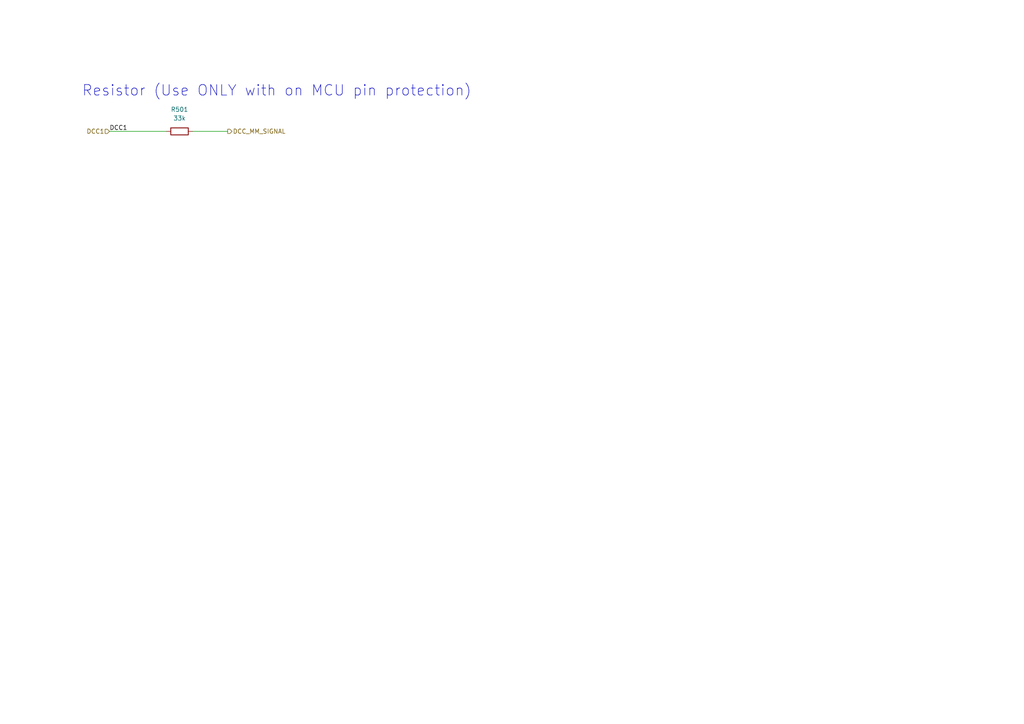
<source format=kicad_sch>
(kicad_sch (version 20231120) (generator "eeschema") (generator_version "8.0")
  (paper "A4")
  (title_block (title "xDuinoRail - RailcomDecoder - Development Kit \"Hermes\"") (date "2026-01-11") (rev "v1.0a") (company "Chatelain Engineering, Bern - CH"))
  (lib_symbols
    (symbol "Device:R" (pin_numbers hide) (pin_names (offset 0))
      (property "Reference" "R" (at 2.032 0 90))
      (property "Value" "R" (at 0 0 90))
      (symbol "R_0_1"
        (rectangle (start -1.016 -2.54) (end 1.016 2.54) (stroke (width 0.254)))
      )
      (symbol "R_1_1"
        (pin passive line (at 0 3.81 270) (length 1.27) (name "~") (number "1"))
        (pin passive line (at 0 -3.81 90) (length 1.27) (name "~") (number "2"))
      )
    )
  )
  (wire (pts (xy 31.75 38.1) (xy 48.26 38.1)))
  (wire (pts (xy 55.88 38.1) (xy 66.04 38.1)))
  (text "Resistor (Use ONLY with on MCU pin protection)" (at 80.264 26.416 0) (effects (font (size 3.048 3.048))))
  (label "DCC1" (at 31.75 38.1 0))
  (hierarchical_label "DCC1" (shape input) (at 31.75 38.1 180))
  (hierarchical_label "DCC_MM_SIGNAL" (shape output) (at 66.04 38.1 0))
  (symbol (lib_id "Device:R") (at 52.07 38.1 90) (unit 1)
    (property "Reference" "R501" (at 52.07 31.75 90))
    (property "Value" "33k" (at 52.07 34.29 90))
    (property "Footprint" "Resistor_SMD:R_0603_1608Metric_Pad0.98x0.95mm_HandSolder" (effects (hide yes)))
    (property "Description" "Resistor" (effects (hide yes)))
    (property "OLI_ID" "33k_0805" (effects (hide yes)))
    (property "Sim.Device" "R" (effects (hide yes)))
    (property "Sim.Pins" "1=+ 2=-" (effects (hide yes)))
  )
)
</source>
